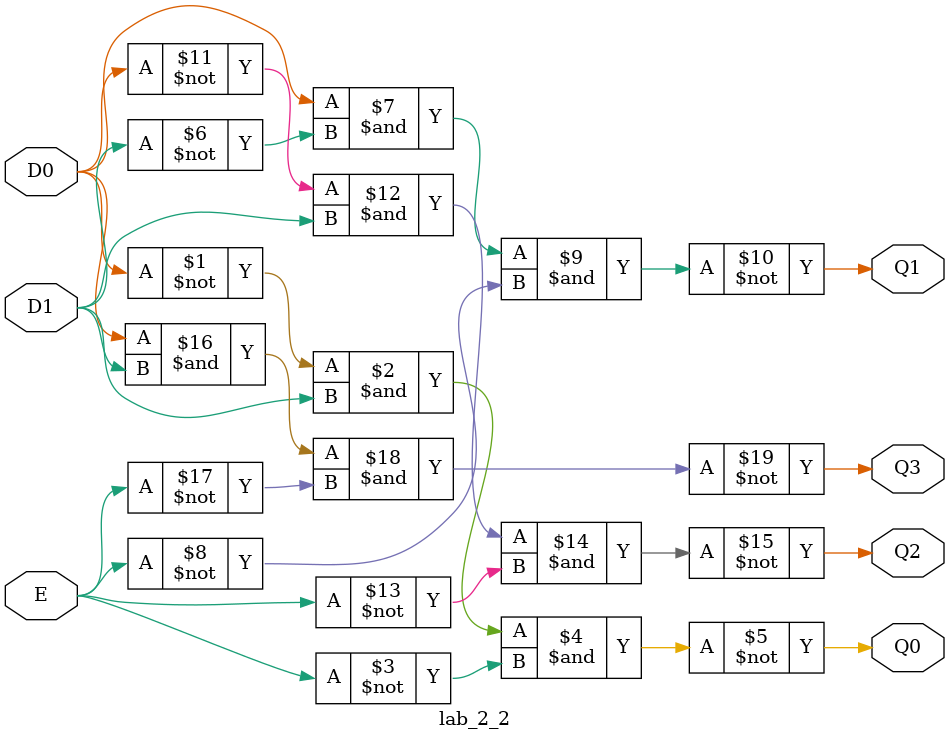
<source format=v>
module lab_2_2(
   input E,
   input D0,
   input D1,
   output Q0,
   output Q1,
   output Q2,
   output Q3);

   assign Q0=~(~D0 &D1 &~E);
   assign Q1=~(D0 &~D1 &~E);
   assign Q2=~(~D0 & D1 &~E);
   assign Q3=~(D0 &D1 &~E);
endmodule
</source>
